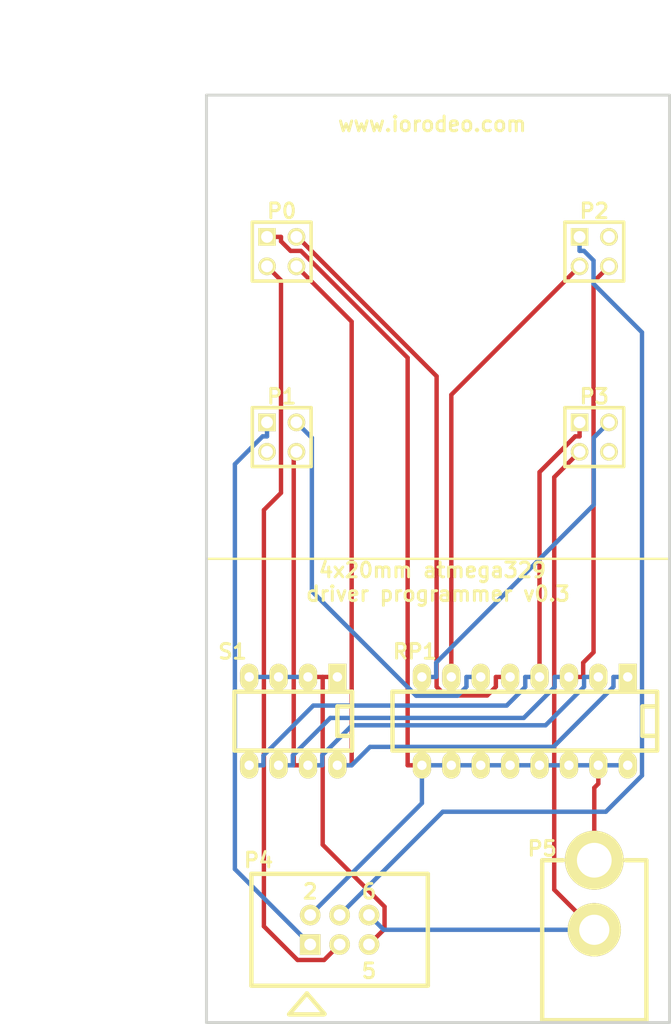
<source format=kicad_pcb>
(kicad_pcb (version 3) (host pcbnew "(2013-jul-07)-stable")

  (general
    (links 31)
    (no_connects 0)
    (area 49.874999 49.874999 90.125001 130.244321)
    (thickness 1.6)
    (drawings 9)
    (tracks 117)
    (zones 0)
    (modules 8)
    (nets 15)
  )

  (page A4)
  (layers
    (15 F.Cu signal)
    (0 B.Cu signal)
    (16 B.Adhes user)
    (17 F.Adhes user)
    (18 B.Paste user)
    (19 F.Paste user)
    (20 B.SilkS user)
    (21 F.SilkS user)
    (22 B.Mask user)
    (23 F.Mask user)
    (24 Dwgs.User user)
    (25 Cmts.User user)
    (26 Eco1.User user)
    (27 Eco2.User user)
    (28 Edge.Cuts user)
  )

  (setup
    (last_trace_width 0.381)
    (trace_clearance 0.254)
    (zone_clearance 0.508)
    (zone_45_only no)
    (trace_min 0.254)
    (segment_width 0.2)
    (edge_width 0.25)
    (via_size 0.889)
    (via_drill 0.635)
    (via_min_size 0.889)
    (via_min_drill 0.508)
    (uvia_size 0.508)
    (uvia_drill 0.127)
    (uvias_allowed no)
    (uvia_min_size 0.508)
    (uvia_min_drill 0.127)
    (pcb_text_width 0.3)
    (pcb_text_size 1.5 1.5)
    (mod_edge_width 0.15)
    (mod_text_size 1 1)
    (mod_text_width 0.15)
    (pad_size 1.5 1.5)
    (pad_drill 0.6)
    (pad_to_mask_clearance 0)
    (aux_axis_origin 0 0)
    (visible_elements FFFFFF7F)
    (pcbplotparams
      (layerselection 284196865)
      (usegerberextensions true)
      (excludeedgelayer true)
      (linewidth 0.150000)
      (plotframeref false)
      (viasonmask false)
      (mode 1)
      (useauxorigin false)
      (hpglpennumber 1)
      (hpglpenspeed 20)
      (hpglpendiameter 15)
      (hpglpenoverlay 2)
      (psnegative false)
      (psa4output false)
      (plotreference true)
      (plotvalue true)
      (plotothertext true)
      (plotinvisibletext false)
      (padsonsilk false)
      (subtractmaskfromsilk false)
      (outputformat 1)
      (mirror false)
      (drillshape 0)
      (scaleselection 1)
      (outputdirectory gerber_v0p3/))
  )

  (net 0 "")
  (net 1 +5V)
  (net 2 /CS0)
  (net 3 /CS1)
  (net 4 /CS2)
  (net 5 /CS3)
  (net 6 /MISO)
  (net 7 /MOSI)
  (net 8 /RESET)
  (net 9 /RESET_DRV0)
  (net 10 /RESET_DRV1)
  (net 11 /RESET_DRV2)
  (net 12 /RESET_DRV3)
  (net 13 /SCK)
  (net 14 GND)

  (net_class Default "This is the default net class."
    (clearance 0.254)
    (trace_width 0.381)
    (via_dia 0.889)
    (via_drill 0.635)
    (uvia_dia 0.508)
    (uvia_drill 0.127)
    (add_net "")
    (add_net +5V)
    (add_net /CS0)
    (add_net /CS1)
    (add_net /CS2)
    (add_net /CS3)
    (add_net /MISO)
    (add_net /MOSI)
    (add_net /RESET)
    (add_net /RESET_DRV0)
    (add_net /RESET_DRV1)
    (add_net /RESET_DRV2)
    (add_net /RESET_DRV3)
    (add_net /SCK)
    (add_net GND)
  )

  (module PIN_ARRAY_2X2 (layer F.Cu) (tedit 53C6BDA0) (tstamp 53C6B04B)
    (at 56.5 63.5 270)
    (descr "Double rangee de contacts 2 x 2 pins")
    (tags CONN)
    (path /53C5CAE7)
    (fp_text reference P0 (at -3.5 0 360) (layer F.SilkS)
      (effects (font (size 1.27 1.27) (thickness 0.254)))
    )
    (fp_text value CONN_2X2 (at 0 3.048 270) (layer F.SilkS) hide
      (effects (font (size 1.016 1.016) (thickness 0.2032)))
    )
    (fp_line (start -2.54 -2.54) (end 2.54 -2.54) (layer F.SilkS) (width 0.3048))
    (fp_line (start 2.54 -2.54) (end 2.54 2.54) (layer F.SilkS) (width 0.3048))
    (fp_line (start 2.54 2.54) (end -2.54 2.54) (layer F.SilkS) (width 0.3048))
    (fp_line (start -2.54 2.54) (end -2.54 -2.54) (layer F.SilkS) (width 0.3048))
    (pad 1 thru_hole rect (at -1.27 1.27 270) (size 1.524 1.524) (drill 1.016)
      (layers *.Cu *.Mask F.SilkS)
      (net 1 +5V)
    )
    (pad 2 thru_hole circle (at -1.27 -1.27 270) (size 1.524 1.524) (drill 1.016)
      (layers *.Cu *.Mask F.SilkS)
      (net 2 /CS0)
    )
    (pad 3 thru_hole circle (at 1.27 1.27 270) (size 1.524 1.524) (drill 1.016)
      (layers *.Cu *.Mask F.SilkS)
      (net 13 /SCK)
    )
    (pad 4 thru_hole circle (at 1.27 -1.27 270) (size 1.524 1.524) (drill 1.016)
      (layers *.Cu *.Mask F.SilkS)
      (net 9 /RESET_DRV0)
    )
    (model pin_array/pins_array_2x2.wrl
      (at (xyz 0 0 0))
      (scale (xyz 1 1 1))
      (rotate (xyz 0 0 0))
    )
  )

  (module PIN_ARRAY_2X2 (layer F.Cu) (tedit 53C6BDB4) (tstamp 53C6B057)
    (at 56.5 79.5 270)
    (descr "Double rangee de contacts 2 x 2 pins")
    (tags CONN)
    (path /53C5CB05)
    (fp_text reference P1 (at -3.5 0 540) (layer F.SilkS)
      (effects (font (size 1.27 1.27) (thickness 0.254)))
    )
    (fp_text value CONN_2X2 (at 0 3.048 270) (layer F.SilkS) hide
      (effects (font (size 1.016 1.016) (thickness 0.2032)))
    )
    (fp_line (start -2.54 -2.54) (end 2.54 -2.54) (layer F.SilkS) (width 0.3048))
    (fp_line (start 2.54 -2.54) (end 2.54 2.54) (layer F.SilkS) (width 0.3048))
    (fp_line (start 2.54 2.54) (end -2.54 2.54) (layer F.SilkS) (width 0.3048))
    (fp_line (start -2.54 2.54) (end -2.54 -2.54) (layer F.SilkS) (width 0.3048))
    (pad 1 thru_hole rect (at -1.27 1.27 270) (size 1.524 1.524) (drill 1.016)
      (layers *.Cu *.Mask F.SilkS)
      (net 6 /MISO)
    )
    (pad 2 thru_hole circle (at -1.27 -1.27 270) (size 1.524 1.524) (drill 1.016)
      (layers *.Cu *.Mask F.SilkS)
      (net 3 /CS1)
    )
    (pad 3 thru_hole circle (at 1.27 1.27 270) (size 1.524 1.524) (drill 1.016)
      (layers *.Cu *.Mask F.SilkS)
    )
    (pad 4 thru_hole circle (at 1.27 -1.27 270) (size 1.524 1.524) (drill 1.016)
      (layers *.Cu *.Mask F.SilkS)
      (net 10 /RESET_DRV1)
    )
    (model pin_array/pins_array_2x2.wrl
      (at (xyz 0 0 0))
      (scale (xyz 1 1 1))
      (rotate (xyz 0 0 0))
    )
  )

  (module PIN_ARRAY_2X2 (layer F.Cu) (tedit 53C6BD9C) (tstamp 53C6B063)
    (at 83.5 63.5 270)
    (descr "Double rangee de contacts 2 x 2 pins")
    (tags CONN)
    (path /53C5CAF6)
    (fp_text reference P2 (at -3.5 0 540) (layer F.SilkS)
      (effects (font (size 1.27 1.27) (thickness 0.254)))
    )
    (fp_text value CONN_2X2 (at 0 3.048 270) (layer F.SilkS) hide
      (effects (font (size 1.016 1.016) (thickness 0.2032)))
    )
    (fp_line (start -2.54 -2.54) (end 2.54 -2.54) (layer F.SilkS) (width 0.3048))
    (fp_line (start 2.54 -2.54) (end 2.54 2.54) (layer F.SilkS) (width 0.3048))
    (fp_line (start 2.54 2.54) (end -2.54 2.54) (layer F.SilkS) (width 0.3048))
    (fp_line (start -2.54 2.54) (end -2.54 -2.54) (layer F.SilkS) (width 0.3048))
    (pad 1 thru_hole rect (at -1.27 1.27 270) (size 1.524 1.524) (drill 1.016)
      (layers *.Cu *.Mask F.SilkS)
      (net 7 /MOSI)
    )
    (pad 2 thru_hole circle (at -1.27 -1.27 270) (size 1.524 1.524) (drill 1.016)
      (layers *.Cu *.Mask F.SilkS)
    )
    (pad 3 thru_hole circle (at 1.27 1.27 270) (size 1.524 1.524) (drill 1.016)
      (layers *.Cu *.Mask F.SilkS)
      (net 4 /CS2)
    )
    (pad 4 thru_hole circle (at 1.27 -1.27 270) (size 1.524 1.524) (drill 1.016)
      (layers *.Cu *.Mask F.SilkS)
      (net 11 /RESET_DRV2)
    )
    (model pin_array/pins_array_2x2.wrl
      (at (xyz 0 0 0))
      (scale (xyz 1 1 1))
      (rotate (xyz 0 0 0))
    )
  )

  (module PIN_ARRAY_2X2 (layer F.Cu) (tedit 53C6BDCA) (tstamp 53C6B06F)
    (at 83.5 79.5 270)
    (descr "Double rangee de contacts 2 x 2 pins")
    (tags CONN)
    (path /53C5CB14)
    (fp_text reference P3 (at -3.5 0 360) (layer F.SilkS)
      (effects (font (size 1.27 1.27) (thickness 0.254)))
    )
    (fp_text value CONN_2X2 (at 0 3.048 270) (layer F.SilkS) hide
      (effects (font (size 1.016 1.016) (thickness 0.2032)))
    )
    (fp_line (start -2.54 -2.54) (end 2.54 -2.54) (layer F.SilkS) (width 0.3048))
    (fp_line (start 2.54 -2.54) (end 2.54 2.54) (layer F.SilkS) (width 0.3048))
    (fp_line (start 2.54 2.54) (end -2.54 2.54) (layer F.SilkS) (width 0.3048))
    (fp_line (start -2.54 2.54) (end -2.54 -2.54) (layer F.SilkS) (width 0.3048))
    (pad 1 thru_hole rect (at -1.27 1.27 270) (size 1.524 1.524) (drill 1.016)
      (layers *.Cu *.Mask F.SilkS)
      (net 12 /RESET_DRV3)
    )
    (pad 2 thru_hole circle (at -1.27 -1.27 270) (size 1.524 1.524) (drill 1.016)
      (layers *.Cu *.Mask F.SilkS)
      (net 5 /CS3)
    )
    (pad 3 thru_hole circle (at 1.27 1.27 270) (size 1.524 1.524) (drill 1.016)
      (layers *.Cu *.Mask F.SilkS)
      (net 14 GND)
    )
    (pad 4 thru_hole circle (at 1.27 -1.27 270) (size 1.524 1.524) (drill 1.016)
      (layers *.Cu *.Mask F.SilkS)
    )
    (model pin_array/pins_array_2x2.wrl
      (at (xyz 0 0 0))
      (scale (xyz 1 1 1))
      (rotate (xyz 0 0 0))
    )
  )

  (module 3X2_SHRD_HEADER (layer F.Cu) (tedit 53C6BDDD) (tstamp 53C6B083)
    (at 61.5 122)
    (path /53C5CE0B)
    (fp_text reference P4 (at -7 -6) (layer F.SilkS)
      (effects (font (size 1.27 1.27) (thickness 0.254)))
    )
    (fp_text value CONN_3X2 (at 5.19938 6.2992) (layer F.SilkS) hide
      (effects (font (size 1.524 1.524) (thickness 0.3048)))
    )
    (fp_text user 5 (at 2.54 3.556) (layer F.SilkS)
      (effects (font (size 1.27 1.27) (thickness 0.254)))
    )
    (fp_text user 6 (at 2.54 -3.302) (layer F.SilkS)
      (effects (font (size 1.27 1.27) (thickness 0.254)))
    )
    (fp_line (start -7.62 4.826) (end 7.62 4.826) (layer F.SilkS) (width 0.381))
    (fp_line (start -7.62 -4.826) (end 7.62 -4.826) (layer F.SilkS) (width 0.381))
    (fp_line (start 7.62 -4.826) (end 7.62 4.826) (layer F.SilkS) (width 0.381))
    (fp_line (start -7.62 4.826) (end -7.62 -4.826) (layer F.SilkS) (width 0.381))
    (fp_line (start -4.36118 7.29996) (end -1.3589 7.29996) (layer F.SilkS) (width 0.381))
    (fp_text user 2 (at -2.54 -3.302) (layer F.SilkS)
      (effects (font (size 1.27 1.27) (thickness 0.254)))
    )
    (fp_line (start -2.82448 5.48894) (end -4.34848 7.26694) (layer F.SilkS) (width 0.381))
    (fp_line (start -1.30048 7.2644) (end -2.82448 5.4864) (layer F.SilkS) (width 0.381))
    (pad 1 thru_hole rect (at -2.54 1.27) (size 1.778 1.778) (drill 1.016)
      (layers *.Cu *.Mask F.SilkS)
      (net 6 /MISO)
    )
    (pad 2 thru_hole circle (at -2.54 -1.27) (size 1.778 1.778) (drill 1.016)
      (layers *.Cu *.Mask F.SilkS)
      (net 1 +5V)
    )
    (pad 3 thru_hole circle (at 0 1.27) (size 1.778 1.778) (drill 1.016)
      (layers *.Cu *.Mask F.SilkS)
      (net 13 /SCK)
    )
    (pad 4 thru_hole circle (at 0 -1.27) (size 1.778 1.778) (drill 1.016)
      (layers *.Cu *.Mask F.SilkS)
      (net 7 /MOSI)
    )
    (pad 5 thru_hole circle (at 2.54 1.27) (size 1.778 1.778) (drill 1.016)
      (layers *.Cu *.Mask F.SilkS)
      (net 8 /RESET)
    )
    (pad 6 thru_hole circle (at 2.54 -1.27) (size 1.778 1.778) (drill 1.016)
      (layers *.Cu *.Mask F.SilkS)
      (net 14 GND)
    )
  )

  (module DCJACK_2PIN (layer F.Cu) (tedit 53C6BDD9) (tstamp 53C6B08F)
    (at 83.5 116 270)
    (path /53C5CBA3)
    (fp_text reference P5 (at -1 4.5 540) (layer F.SilkS)
      (effects (font (size 1.27 1.27) (thickness 0.254)))
    )
    (fp_text value CONN_2 (at 7.8994 6.79958 270) (layer F.SilkS) hide
      (effects (font (size 1.524 1.524) (thickness 0.3048)))
    )
    (fp_line (start 0 -2.70002) (end 0 -4.50088) (layer F.SilkS) (width 0.381))
    (fp_line (start 0 -4.50088) (end 13.79982 -4.50088) (layer F.SilkS) (width 0.381))
    (fp_line (start 13.79982 -4.50088) (end 13.79982 4.39928) (layer F.SilkS) (width 0.381))
    (fp_line (start 13.79982 4.39928) (end 13.79982 4.50088) (layer F.SilkS) (width 0.381))
    (fp_line (start 13.79982 4.50088) (end 0 4.50088) (layer F.SilkS) (width 0.381))
    (fp_line (start 0 4.50088) (end 0 2.70002) (layer F.SilkS) (width 0.381))
    (pad 1 thru_hole circle (at 0 0 270) (size 5.08 5.08) (drill 2.99974)
      (layers *.Cu *.Mask F.SilkS)
      (net 1 +5V)
    )
    (pad 2 thru_hole circle (at 5.99948 0 270) (size 4.59994 4.59994) (drill 2.60096)
      (layers *.Cu *.Mask F.SilkS)
      (net 14 GND)
    )
  )

  (module DIP-16__300_ELL (layer F.Cu) (tedit 53C6BDD1) (tstamp 53C6B333)
    (at 77.5 104 180)
    (descr "16 pins DIL package, elliptical pads")
    (tags DIL)
    (path /53C6B0EF)
    (fp_text reference RP1 (at 9.5 6 180) (layer F.SilkS)
      (effects (font (size 1.27 1.27) (thickness 0.254)))
    )
    (fp_text value R_PACK8 (at 1.27 1.27 180) (layer F.SilkS) hide
      (effects (font (size 1.524 1.143) (thickness 0.28575)))
    )
    (fp_line (start -11.43 -1.27) (end -11.43 -1.27) (layer F.SilkS) (width 0.381))
    (fp_line (start -11.43 -1.27) (end -10.16 -1.27) (layer F.SilkS) (width 0.381))
    (fp_line (start -10.16 -1.27) (end -10.16 1.27) (layer F.SilkS) (width 0.381))
    (fp_line (start -10.16 1.27) (end -11.43 1.27) (layer F.SilkS) (width 0.381))
    (fp_line (start -11.43 -2.54) (end 11.43 -2.54) (layer F.SilkS) (width 0.381))
    (fp_line (start 11.43 -2.54) (end 11.43 2.54) (layer F.SilkS) (width 0.381))
    (fp_line (start 11.43 2.54) (end -11.43 2.54) (layer F.SilkS) (width 0.381))
    (fp_line (start -11.43 2.54) (end -11.43 -2.54) (layer F.SilkS) (width 0.381))
    (pad 1 thru_hole rect (at -8.89 3.81 180) (size 1.5748 2.286) (drill 0.8128)
      (layers *.Cu *.Mask F.SilkS)
      (net 9 /RESET_DRV0)
    )
    (pad 2 thru_hole oval (at -6.35 3.81 180) (size 1.5748 2.286) (drill 0.8128)
      (layers *.Cu *.Mask F.SilkS)
      (net 10 /RESET_DRV1)
    )
    (pad 3 thru_hole oval (at -3.81 3.81 180) (size 1.5748 2.286) (drill 0.8128)
      (layers *.Cu *.Mask F.SilkS)
      (net 11 /RESET_DRV2)
    )
    (pad 4 thru_hole oval (at -1.27 3.81 180) (size 1.5748 2.286) (drill 0.8128)
      (layers *.Cu *.Mask F.SilkS)
      (net 12 /RESET_DRV3)
    )
    (pad 5 thru_hole oval (at 1.27 3.81 180) (size 1.5748 2.286) (drill 0.8128)
      (layers *.Cu *.Mask F.SilkS)
      (net 2 /CS0)
    )
    (pad 6 thru_hole oval (at 3.81 3.81 180) (size 1.5748 2.286) (drill 0.8128)
      (layers *.Cu *.Mask F.SilkS)
      (net 3 /CS1)
    )
    (pad 7 thru_hole oval (at 6.35 3.81 180) (size 1.5748 2.286) (drill 0.8128)
      (layers *.Cu *.Mask F.SilkS)
      (net 4 /CS2)
    )
    (pad 8 thru_hole oval (at 8.89 3.81 180) (size 1.5748 2.286) (drill 0.8128)
      (layers *.Cu *.Mask F.SilkS)
      (net 5 /CS3)
    )
    (pad 9 thru_hole oval (at 8.89 -3.81 180) (size 1.5748 2.286) (drill 0.8128)
      (layers *.Cu *.Mask F.SilkS)
      (net 1 +5V)
    )
    (pad 10 thru_hole oval (at 6.35 -3.81 180) (size 1.5748 2.286) (drill 0.8128)
      (layers *.Cu *.Mask F.SilkS)
      (net 1 +5V)
    )
    (pad 11 thru_hole oval (at 3.81 -3.81 180) (size 1.5748 2.286) (drill 0.8128)
      (layers *.Cu *.Mask F.SilkS)
      (net 1 +5V)
    )
    (pad 12 thru_hole oval (at 1.27 -3.81 180) (size 1.5748 2.286) (drill 0.8128)
      (layers *.Cu *.Mask F.SilkS)
      (net 1 +5V)
    )
    (pad 13 thru_hole oval (at -1.27 -3.81 180) (size 1.5748 2.286) (drill 0.8128)
      (layers *.Cu *.Mask F.SilkS)
      (net 1 +5V)
    )
    (pad 14 thru_hole oval (at -3.81 -3.81 180) (size 1.5748 2.286) (drill 0.8128)
      (layers *.Cu *.Mask F.SilkS)
      (net 1 +5V)
    )
    (pad 15 thru_hole oval (at -6.35 -3.81 180) (size 1.5748 2.286) (drill 0.8128)
      (layers *.Cu *.Mask F.SilkS)
      (net 1 +5V)
    )
    (pad 16 thru_hole oval (at -8.89 -3.81 180) (size 1.5748 2.286) (drill 0.8128)
      (layers *.Cu *.Mask F.SilkS)
      (net 1 +5V)
    )
    (model dil/dil_16.wrl
      (at (xyz 0 0 0))
      (scale (xyz 1 1 1))
      (rotate (xyz 0 0 0))
    )
  )

  (module DIP-8__300_ELL (layer F.Cu) (tedit 53E16042) (tstamp 53E1607C)
    (at 57.5 104 180)
    (descr "8 pins DIL package, elliptical pads")
    (tags DIL)
    (path /53C5F128)
    (fp_text reference S1 (at 5.25 6 180) (layer F.SilkS)
      (effects (font (size 1.27 1.27) (thickness 0.254)))
    )
    (fp_text value DIP_SWITCH_4 (at 0 0 180) (layer F.SilkS) hide
      (effects (font (size 1.778 1.016) (thickness 0.254)))
    )
    (fp_line (start -5.08 -1.27) (end -3.81 -1.27) (layer F.SilkS) (width 0.381))
    (fp_line (start -3.81 -1.27) (end -3.81 1.27) (layer F.SilkS) (width 0.381))
    (fp_line (start -3.81 1.27) (end -5.08 1.27) (layer F.SilkS) (width 0.381))
    (fp_line (start -5.08 -2.54) (end 5.08 -2.54) (layer F.SilkS) (width 0.381))
    (fp_line (start 5.08 -2.54) (end 5.08 2.54) (layer F.SilkS) (width 0.381))
    (fp_line (start 5.08 2.54) (end -5.08 2.54) (layer F.SilkS) (width 0.381))
    (fp_line (start -5.08 2.54) (end -5.08 -2.54) (layer F.SilkS) (width 0.381))
    (pad 1 thru_hole rect (at -3.81 3.81 180) (size 1.5748 2.286) (drill 0.8128)
      (layers *.Cu *.Mask F.SilkS)
      (net 8 /RESET)
    )
    (pad 2 thru_hole oval (at -1.27 3.81 180) (size 1.5748 2.286) (drill 0.8128)
      (layers *.Cu *.Mask F.SilkS)
      (net 8 /RESET)
    )
    (pad 3 thru_hole oval (at 1.27 3.81 180) (size 1.5748 2.286) (drill 0.8128)
      (layers *.Cu *.Mask F.SilkS)
      (net 8 /RESET)
    )
    (pad 4 thru_hole oval (at 3.81 3.81 180) (size 1.5748 2.286) (drill 0.8128)
      (layers *.Cu *.Mask F.SilkS)
      (net 8 /RESET)
    )
    (pad 5 thru_hole oval (at 3.81 -3.81 180) (size 1.5748 2.286) (drill 0.8128)
      (layers *.Cu *.Mask F.SilkS)
      (net 12 /RESET_DRV3)
    )
    (pad 6 thru_hole oval (at 1.27 -3.81 180) (size 1.5748 2.286) (drill 0.8128)
      (layers *.Cu *.Mask F.SilkS)
      (net 11 /RESET_DRV2)
    )
    (pad 7 thru_hole oval (at -1.27 -3.81 180) (size 1.5748 2.286) (drill 0.8128)
      (layers *.Cu *.Mask F.SilkS)
      (net 10 /RESET_DRV1)
    )
    (pad 8 thru_hole oval (at -3.81 -3.81 180) (size 1.5748 2.286) (drill 0.8128)
      (layers *.Cu *.Mask F.SilkS)
      (net 9 /RESET_DRV0)
    )
    (model dil/dil_8.wrl
      (at (xyz 0 0 0))
      (scale (xyz 1 1 1))
      (rotate (xyz 0 0 0))
    )
  )

  (dimension 80 (width 0.3) (layer Dwgs.User)
    (gr_text "80.000 mm" (at 38.449998 90 270) (layer Dwgs.User)
      (effects (font (size 1.5 1.5) (thickness 0.3)))
    )
    (feature1 (pts (xy 50 130) (xy 37.099998 130)))
    (feature2 (pts (xy 50 50) (xy 37.099998 50)))
    (crossbar (pts (xy 39.799998 50) (xy 39.799998 130)))
    (arrow1a (pts (xy 39.799998 130) (xy 39.213578 128.873497)))
    (arrow1b (pts (xy 39.799998 130) (xy 40.386418 128.873497)))
    (arrow2a (pts (xy 39.799998 50) (xy 39.213578 51.126503)))
    (arrow2b (pts (xy 39.799998 50) (xy 40.386418 51.126503)))
  )
  (dimension 40 (width 0.3) (layer Dwgs.User)
    (gr_text "40.000 mm" (at 70 43.650001) (layer Dwgs.User)
      (effects (font (size 1.5 1.5) (thickness 0.3)))
    )
    (feature1 (pts (xy 90 50) (xy 90 42.300001)))
    (feature2 (pts (xy 50 50) (xy 50 42.300001)))
    (crossbar (pts (xy 50 45.000001) (xy 90 45.000001)))
    (arrow1a (pts (xy 90 45.000001) (xy 88.873497 45.586421)))
    (arrow1b (pts (xy 90 45.000001) (xy 88.873497 44.413581)))
    (arrow2a (pts (xy 50 45.000001) (xy 51.126503 45.586421)))
    (arrow2b (pts (xy 50 45.000001) (xy 51.126503 44.413581)))
  )
  (gr_text www.iorodeo.com (at 69.5 52.5) (layer F.SilkS)
    (effects (font (size 1.27 1.27) (thickness 0.254)))
  )
  (gr_text "4x20mm atmega329 \ndriver programmer v0.3" (at 70 92) (layer F.SilkS)
    (effects (font (size 1.27 1.27) (thickness 0.254)))
  )
  (gr_line (start 50 90) (end 90 90) (angle 90) (layer F.SilkS) (width 0.2))
  (gr_line (start 50 130) (end 90 130) (angle 90) (layer Edge.Cuts) (width 0.25))
  (gr_line (start 90 50) (end 90 130) (angle 90) (layer Edge.Cuts) (width 0.25))
  (gr_line (start 50 50) (end 90 50) (angle 90) (layer Edge.Cuts) (width 0.25))
  (gr_line (start 50 50) (end 50 130) (angle 90) (layer Edge.Cuts) (width 0.25))

  (segment (start 86.39 107.81) (end 83.85 107.81) (width 0.381) (layer B.Cu) (net 1))
  (segment (start 83.85 107.81) (end 81.31 107.81) (width 0.381) (layer B.Cu) (net 1))
  (segment (start 81.31 107.81) (end 78.77 107.81) (width 0.381) (layer B.Cu) (net 1))
  (segment (start 78.77 107.81) (end 76.23 107.81) (width 0.381) (layer B.Cu) (net 1))
  (segment (start 76.23 107.81) (end 73.69 107.81) (width 0.381) (layer B.Cu) (net 1))
  (segment (start 73.69 107.81) (end 71.15 107.81) (width 0.381) (layer B.Cu) (net 1))
  (segment (start 83.5 109.7478) (end 83.5 116) (width 0.381) (layer F.Cu) (net 1))
  (segment (start 83.85 109.3978) (end 83.5 109.7478) (width 0.381) (layer F.Cu) (net 1))
  (segment (start 83.85 107.81) (end 83.85 109.3978) (width 0.381) (layer F.Cu) (net 1))
  (segment (start 71.15 107.81) (end 68.61 107.81) (width 0.381) (layer B.Cu) (net 1))
  (segment (start 68.61 111.08) (end 58.96 120.73) (width 0.381) (layer B.Cu) (net 1))
  (segment (start 68.61 107.81) (end 68.61 111.08) (width 0.381) (layer B.Cu) (net 1))
  (segment (start 68.61 107.81) (end 67.3778 107.81) (width 0.381) (layer F.Cu) (net 1))
  (segment (start 55.23 62.23) (end 56.4368 62.23) (width 0.381) (layer F.Cu) (net 1))
  (segment (start 67.3778 72.6568) (end 67.3778 107.81) (width 0.381) (layer F.Cu) (net 1))
  (segment (start 58.1578 63.4368) (end 67.3778 72.6568) (width 0.381) (layer F.Cu) (net 1))
  (segment (start 57.2664 63.4368) (end 58.1578 63.4368) (width 0.381) (layer F.Cu) (net 1))
  (segment (start 56.4368 62.6072) (end 57.2664 63.4368) (width 0.381) (layer F.Cu) (net 1))
  (segment (start 56.4368 62.23) (end 56.4368 62.6072) (width 0.381) (layer F.Cu) (net 1))
  (segment (start 57.8596 62.23) (end 57.77 62.23) (width 0.381) (layer F.Cu) (net 2))
  (segment (start 69.88 74.2504) (end 57.8596 62.23) (width 0.381) (layer F.Cu) (net 2))
  (segment (start 69.88 101.0397) (end 69.88 74.2504) (width 0.381) (layer F.Cu) (net 2))
  (segment (start 70.6277 101.7874) (end 69.88 101.0397) (width 0.381) (layer F.Cu) (net 2))
  (segment (start 74.2475 101.7874) (end 70.6277 101.7874) (width 0.381) (layer F.Cu) (net 2))
  (segment (start 74.9978 101.0371) (end 74.2475 101.7874) (width 0.381) (layer F.Cu) (net 2))
  (segment (start 74.9978 100.19) (end 74.9978 101.0371) (width 0.381) (layer F.Cu) (net 2))
  (segment (start 76.23 100.19) (end 74.9978 100.19) (width 0.381) (layer F.Cu) (net 2))
  (segment (start 59.1031 79.5631) (end 57.77 78.23) (width 0.381) (layer B.Cu) (net 3))
  (segment (start 59.1031 92.7968) (end 59.1031 79.5631) (width 0.381) (layer B.Cu) (net 3))
  (segment (start 68.1182 101.8119) (end 59.1031 92.7968) (width 0.381) (layer B.Cu) (net 3))
  (segment (start 71.683 101.8119) (end 68.1182 101.8119) (width 0.381) (layer B.Cu) (net 3))
  (segment (start 72.4578 101.0371) (end 71.683 101.8119) (width 0.381) (layer B.Cu) (net 3))
  (segment (start 72.4578 100.19) (end 72.4578 101.0371) (width 0.381) (layer B.Cu) (net 3))
  (segment (start 73.69 100.19) (end 72.4578 100.19) (width 0.381) (layer B.Cu) (net 3))
  (segment (start 71.15 75.85) (end 82.23 64.77) (width 0.381) (layer F.Cu) (net 4))
  (segment (start 71.15 100.19) (end 71.15 75.85) (width 0.381) (layer F.Cu) (net 4))
  (segment (start 68.61 100.19) (end 69.8422 100.19) (width 0.381) (layer B.Cu) (net 5))
  (segment (start 69.8422 98.9578) (end 69.8422 100.19) (width 0.381) (layer B.Cu) (net 5))
  (segment (start 83.4574 85.3426) (end 69.8422 98.9578) (width 0.381) (layer B.Cu) (net 5))
  (segment (start 83.4574 79.5426) (end 83.4574 85.3426) (width 0.381) (layer B.Cu) (net 5))
  (segment (start 84.77 78.23) (end 83.4574 79.5426) (width 0.381) (layer B.Cu) (net 5))
  (segment (start 54.8529 79.4368) (end 55.23 79.4368) (width 0.381) (layer B.Cu) (net 6))
  (segment (start 52.4535 81.8362) (end 54.8529 79.4368) (width 0.381) (layer B.Cu) (net 6))
  (segment (start 52.4535 116.7635) (end 52.4535 81.8362) (width 0.381) (layer B.Cu) (net 6))
  (segment (start 58.96 123.27) (end 52.4535 116.7635) (width 0.381) (layer B.Cu) (net 6))
  (segment (start 55.23 78.23) (end 55.23 79.4368) (width 0.381) (layer B.Cu) (net 6))
  (segment (start 82.6072 63.4368) (end 82.23 63.4368) (width 0.381) (layer B.Cu) (net 7))
  (segment (start 83.4368 64.2664) (end 82.6072 63.4368) (width 0.381) (layer B.Cu) (net 7))
  (segment (start 83.4368 66.2819) (end 83.4368 64.2664) (width 0.381) (layer B.Cu) (net 7))
  (segment (start 87.6223 70.4674) (end 83.4368 66.2819) (width 0.381) (layer B.Cu) (net 7))
  (segment (start 87.6223 108.6934) (end 87.6223 70.4674) (width 0.381) (layer B.Cu) (net 7))
  (segment (start 84.4988 111.8169) (end 87.6223 108.6934) (width 0.381) (layer B.Cu) (net 7))
  (segment (start 70.4131 111.8169) (end 84.4988 111.8169) (width 0.381) (layer B.Cu) (net 7))
  (segment (start 61.5 120.73) (end 70.4131 111.8169) (width 0.381) (layer B.Cu) (net 7))
  (segment (start 82.23 62.23) (end 82.23 63.4368) (width 0.381) (layer B.Cu) (net 7))
  (segment (start 53.69 100.19) (end 56.23 100.19) (width 0.381) (layer B.Cu) (net 8))
  (segment (start 56.23 100.19) (end 58.77 100.19) (width 0.381) (layer B.Cu) (net 8))
  (segment (start 58.77 100.19) (end 60.04 100.19) (width 0.381) (layer F.Cu) (net 8))
  (segment (start 60.04 100.19) (end 61.31 100.19) (width 0.381) (layer F.Cu) (net 8))
  (segment (start 65.3834 121.9266) (end 64.04 123.27) (width 0.381) (layer F.Cu) (net 8))
  (segment (start 65.3834 120.0059) (end 65.3834 121.9266) (width 0.381) (layer F.Cu) (net 8))
  (segment (start 60.04 114.6625) (end 65.3834 120.0059) (width 0.381) (layer F.Cu) (net 8))
  (segment (start 60.04 100.19) (end 60.04 114.6625) (width 0.381) (layer F.Cu) (net 8))
  (segment (start 62.5422 69.5422) (end 57.77 64.77) (width 0.381) (layer F.Cu) (net 9))
  (segment (start 62.5422 107.81) (end 62.5422 69.5422) (width 0.381) (layer F.Cu) (net 9))
  (segment (start 61.31 107.81) (end 62.5422 107.81) (width 0.381) (layer F.Cu) (net 9))
  (segment (start 85.1578 101.0371) (end 85.1578 100.19) (width 0.381) (layer B.Cu) (net 9))
  (segment (start 79.9728 106.2221) (end 85.1578 101.0371) (width 0.381) (layer B.Cu) (net 9))
  (segment (start 64.1301 106.2221) (end 79.9728 106.2221) (width 0.381) (layer B.Cu) (net 9))
  (segment (start 62.5422 107.81) (end 64.1301 106.2221) (width 0.381) (layer B.Cu) (net 9))
  (segment (start 61.31 107.81) (end 62.5422 107.81) (width 0.381) (layer B.Cu) (net 9))
  (segment (start 86.39 100.19) (end 85.1578 100.19) (width 0.381) (layer B.Cu) (net 9))
  (segment (start 57.5378 81.0022) (end 57.77 80.77) (width 0.381) (layer F.Cu) (net 10))
  (segment (start 57.5378 107.81) (end 57.5378 81.0022) (width 0.381) (layer F.Cu) (net 10))
  (segment (start 58.77 107.81) (end 57.5378 107.81) (width 0.381) (layer F.Cu) (net 10))
  (segment (start 83.85 100.19) (end 82.6178 100.19) (width 0.381) (layer B.Cu) (net 10))
  (segment (start 58.77 107.81) (end 60.0022 107.81) (width 0.381) (layer B.Cu) (net 10))
  (segment (start 82.6178 101.0371) (end 82.6178 100.19) (width 0.381) (layer B.Cu) (net 10))
  (segment (start 79.295 104.3599) (end 82.6178 101.0371) (width 0.381) (layer B.Cu) (net 10))
  (segment (start 62.5861 104.3599) (end 79.295 104.3599) (width 0.381) (layer B.Cu) (net 10))
  (segment (start 60.0022 106.9438) (end 62.5861 104.3599) (width 0.381) (layer B.Cu) (net 10))
  (segment (start 60.0022 107.81) (end 60.0022 106.9438) (width 0.381) (layer B.Cu) (net 10))
  (segment (start 56.23 107.81) (end 57.4622 107.81) (width 0.381) (layer B.Cu) (net 11))
  (segment (start 81.31 100.19) (end 80.0778 100.19) (width 0.381) (layer B.Cu) (net 11))
  (segment (start 83.4369 66.1031) (end 84.77 64.77) (width 0.381) (layer F.Cu) (net 11))
  (segment (start 83.4369 98.0631) (end 83.4369 66.1031) (width 0.381) (layer F.Cu) (net 11))
  (segment (start 82.5422 98.9578) (end 83.4369 98.0631) (width 0.381) (layer F.Cu) (net 11))
  (segment (start 82.5422 100.19) (end 82.5422 98.9578) (width 0.381) (layer F.Cu) (net 11))
  (segment (start 81.31 100.19) (end 82.5422 100.19) (width 0.381) (layer F.Cu) (net 11))
  (segment (start 80.0778 101.0562) (end 80.0778 100.19) (width 0.381) (layer B.Cu) (net 11))
  (segment (start 77.4094 103.7246) (end 80.0778 101.0562) (width 0.381) (layer B.Cu) (net 11))
  (segment (start 60.7005 103.7246) (end 77.4094 103.7246) (width 0.381) (layer B.Cu) (net 11))
  (segment (start 57.4622 106.9629) (end 60.7005 103.7246) (width 0.381) (layer B.Cu) (net 11))
  (segment (start 57.4622 107.81) (end 57.4622 106.9629) (width 0.381) (layer B.Cu) (net 11))
  (segment (start 81.8529 79.4368) (end 82.23 79.4368) (width 0.381) (layer F.Cu) (net 12))
  (segment (start 78.77 82.5197) (end 81.8529 79.4368) (width 0.381) (layer F.Cu) (net 12))
  (segment (start 78.77 100.19) (end 78.77 82.5197) (width 0.381) (layer F.Cu) (net 12))
  (segment (start 82.23 78.23) (end 82.23 79.4368) (width 0.381) (layer F.Cu) (net 12))
  (segment (start 77.5378 101.0562) (end 77.5378 100.19) (width 0.381) (layer B.Cu) (net 12))
  (segment (start 75.9358 102.6582) (end 77.5378 101.0562) (width 0.381) (layer B.Cu) (net 12))
  (segment (start 59.2269 102.6582) (end 75.9358 102.6582) (width 0.381) (layer B.Cu) (net 12))
  (segment (start 54.9222 106.9629) (end 59.2269 102.6582) (width 0.381) (layer B.Cu) (net 12))
  (segment (start 54.9222 107.81) (end 54.9222 106.9629) (width 0.381) (layer B.Cu) (net 12))
  (segment (start 53.69 107.81) (end 54.9222 107.81) (width 0.381) (layer B.Cu) (net 12))
  (segment (start 78.77 100.19) (end 77.5378 100.19) (width 0.381) (layer B.Cu) (net 12))
  (segment (start 56.4369 65.9769) (end 55.23 64.77) (width 0.381) (layer F.Cu) (net 13))
  (segment (start 56.4369 84.3138) (end 56.4369 65.9769) (width 0.381) (layer F.Cu) (net 13))
  (segment (start 54.96 85.7907) (end 56.4369 84.3138) (width 0.381) (layer F.Cu) (net 13))
  (segment (start 54.96 121.6997) (end 54.96 85.7907) (width 0.381) (layer F.Cu) (net 13))
  (segment (start 57.8642 124.6039) (end 54.96 121.6997) (width 0.381) (layer F.Cu) (net 13))
  (segment (start 60.1661 124.6039) (end 57.8642 124.6039) (width 0.381) (layer F.Cu) (net 13))
  (segment (start 61.5 123.27) (end 60.1661 124.6039) (width 0.381) (layer F.Cu) (net 13))
  (segment (start 65.3095 121.9995) (end 64.04 120.73) (width 0.381) (layer B.Cu) (net 14))
  (segment (start 83.5 121.9995) (end 65.3095 121.9995) (width 0.381) (layer B.Cu) (net 14))
  (segment (start 80.04 82.96) (end 82.23 80.77) (width 0.381) (layer F.Cu) (net 14))
  (segment (start 80.04 118.5395) (end 80.04 82.96) (width 0.381) (layer F.Cu) (net 14))
  (segment (start 83.5 121.9995) (end 80.04 118.5395) (width 0.381) (layer F.Cu) (net 14))

)

</source>
